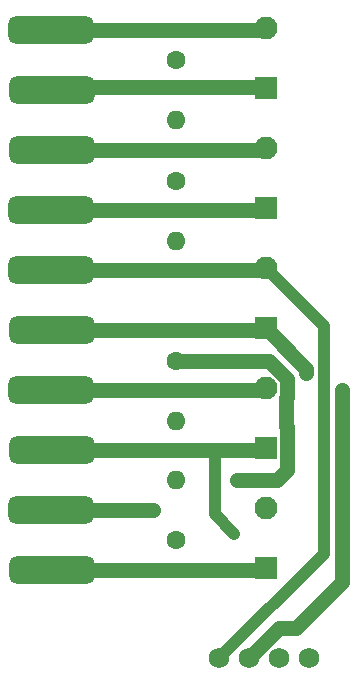
<source format=gbr>
%TF.GenerationSoftware,KiCad,Pcbnew,7.0.10*%
%TF.CreationDate,2024-07-21T08:04:53-04:00*%
%TF.ProjectId,12.1.1 - PLC Connector,31322e31-2e31-4202-9d20-504c4320436f,rev?*%
%TF.SameCoordinates,Original*%
%TF.FileFunction,Copper,L1,Top*%
%TF.FilePolarity,Positive*%
%FSLAX46Y46*%
G04 Gerber Fmt 4.6, Leading zero omitted, Abs format (unit mm)*
G04 Created by KiCad (PCBNEW 7.0.10) date 2024-07-21 08:04:53*
%MOMM*%
%LPD*%
G01*
G04 APERTURE LIST*
G04 Aperture macros list*
%AMRoundRect*
0 Rectangle with rounded corners*
0 $1 Rounding radius*
0 $2 $3 $4 $5 $6 $7 $8 $9 X,Y pos of 4 corners*
0 Add a 4 corners polygon primitive as box body*
4,1,4,$2,$3,$4,$5,$6,$7,$8,$9,$2,$3,0*
0 Add four circle primitives for the rounded corners*
1,1,$1+$1,$2,$3*
1,1,$1+$1,$4,$5*
1,1,$1+$1,$6,$7*
1,1,$1+$1,$8,$9*
0 Add four rect primitives between the rounded corners*
20,1,$1+$1,$2,$3,$4,$5,0*
20,1,$1+$1,$4,$5,$6,$7,0*
20,1,$1+$1,$6,$7,$8,$9,0*
20,1,$1+$1,$8,$9,$2,$3,0*%
G04 Aperture macros list end*
%TA.AperFunction,SMDPad,CuDef*%
%ADD10RoundRect,0.572500X-3.045750X-0.572500X3.045750X-0.572500X3.045750X0.572500X-3.045750X0.572500X0*%
%TD*%
%TA.AperFunction,ComponentPad*%
%ADD11R,1.950000X1.950000*%
%TD*%
%TA.AperFunction,ComponentPad*%
%ADD12C,1.950000*%
%TD*%
%TA.AperFunction,ComponentPad*%
%ADD13C,1.600000*%
%TD*%
%TA.AperFunction,ComponentPad*%
%ADD14O,1.600000X1.600000*%
%TD*%
%TA.AperFunction,ComponentPad*%
%ADD15C,1.752600*%
%TD*%
%TA.AperFunction,ViaPad*%
%ADD16C,0.800000*%
%TD*%
%TA.AperFunction,Conductor*%
%ADD17C,1.270000*%
%TD*%
%TA.AperFunction,Conductor*%
%ADD18C,1.016000*%
%TD*%
%TA.AperFunction,Conductor*%
%ADD19C,0.250000*%
%TD*%
G04 APERTURE END LIST*
D10*
%TO.P,J104,1,Pin_1*%
%TO.N,Net-(J104-Pin_1)*%
X135151345Y-118127303D03*
%TD*%
D11*
%TO.P,J124,1,1*%
%TO.N,Net-(J106-Pin_1)*%
X153289000Y-107823000D03*
D12*
%TO.P,J124,2,2*%
%TO.N,Net-(J107-Pin_1)*%
X153289000Y-102743000D03*
%TD*%
D10*
%TO.P,J106,1,Pin_1*%
%TO.N,Net-(J106-Pin_1)*%
X135163477Y-107967303D03*
%TD*%
D13*
%TO.P,R104,1*%
%TO.N,M*%
X145669000Y-85140000D03*
D14*
%TO.P,R104,2*%
%TO.N,Net-(J109-Pin_1)*%
X145669000Y-90220000D03*
%TD*%
D11*
%TO.P,J122,1,1*%
%TO.N,Net-(J104-Pin_1)*%
X153289000Y-117983000D03*
D12*
%TO.P,J122,2,2*%
%TO.N,Net-(J105-Pin_1)*%
X153289000Y-112903000D03*
%TD*%
D10*
%TO.P,J116,1,Pin_1*%
%TO.N,Net-(J108-Pin_1)*%
X135136683Y-97794563D03*
%TD*%
%TO.P,J115,1,Pin_1*%
%TO.N,Net-(J107-Pin_1)*%
X135122779Y-102890324D03*
%TD*%
D13*
%TO.P,R101,1*%
%TO.N,Net-(J102-Pin_1)*%
X145669000Y-125730000D03*
D14*
%TO.P,R101,2*%
%TO.N,M*%
X145669000Y-120650000D03*
%TD*%
D15*
%TO.P,J126,1,1*%
%TO.N,Net-(J107-Pin_1)*%
X149352000Y-135763000D03*
%TO.P,J126,2,2*%
%TO.N,Net-(J106-Pin_1)*%
X151892000Y-135763000D03*
%TO.P,J126,3,3*%
%TO.N,Net-(J105-Pin_1)*%
X154432000Y-135763000D03*
%TO.P,J126,4,4*%
%TO.N,Net-(J104-Pin_1)*%
X156972000Y-135763000D03*
%TD*%
D13*
%TO.P,R102,1*%
%TO.N,M*%
X145669000Y-110617000D03*
D14*
%TO.P,R102,2*%
%TO.N,Net-(J103-Pin_1)*%
X145669000Y-115697000D03*
%TD*%
D13*
%TO.P,R103,1*%
%TO.N,Net-(J108-Pin_1)*%
X145669000Y-95377000D03*
D14*
%TO.P,R103,2*%
%TO.N,M*%
X145669000Y-100457000D03*
%TD*%
D10*
%TO.P,J111,1,Pin_1*%
%TO.N,Net-(J103-Pin_1)*%
X135137522Y-123198869D03*
%TD*%
%TO.P,J110,1,Pin_1*%
%TO.N,Net-(J102-Pin_1)*%
X135154366Y-128271547D03*
%TD*%
D11*
%TO.P,J125,1,1*%
%TO.N,Net-(J108-Pin_1)*%
X153289000Y-97663000D03*
D12*
%TO.P,J125,2,2*%
%TO.N,Net-(J109-Pin_1)*%
X153289000Y-92583000D03*
%TD*%
D10*
%TO.P,J120,1,Pin_1*%
%TO.N,M*%
X135177543Y-87647303D03*
%TD*%
D11*
%TO.P,J123,1,1*%
%TO.N,M*%
X153289000Y-87503000D03*
D12*
%TO.P,J123,2,2*%
%TO.N,Net-(J119-Pin_1)*%
X153289000Y-82423000D03*
%TD*%
D11*
%TO.P,J118,1,1*%
%TO.N,Net-(J102-Pin_1)*%
X153289000Y-128143000D03*
D12*
%TO.P,J118,2,2*%
%TO.N,Net-(J103-Pin_1)*%
X153289000Y-123063000D03*
%TD*%
D10*
%TO.P,J121,1,Pin_1*%
%TO.N,Net-(J119-Pin_1)*%
X135132736Y-82570977D03*
%TD*%
%TO.P,J117,1,Pin_1*%
%TO.N,Net-(J109-Pin_1)*%
X135154679Y-92741803D03*
%TD*%
%TO.P,J113,1,Pin_1*%
%TO.N,Net-(J105-Pin_1)*%
X135134275Y-113048173D03*
%TD*%
D16*
%TO.N,Net-(J102-Pin_1)*%
X143129000Y-128270000D03*
X140335000Y-128270000D03*
X141732000Y-128270000D03*
%TO.N,Net-(J103-Pin_1)*%
X140335000Y-123190000D03*
X143256000Y-123190000D03*
X141732000Y-123190000D03*
%TO.N,Net-(J104-Pin_1)*%
X143637000Y-118110000D03*
X140335000Y-118110000D03*
X150621900Y-125222000D03*
X142113000Y-118110000D03*
%TO.N,Net-(J105-Pin_1)*%
X142113000Y-113030000D03*
X140462000Y-113030000D03*
X143637000Y-113030000D03*
%TO.N,Net-(J106-Pin_1)*%
X156718004Y-111633000D03*
X140716000Y-107950000D03*
X159766000Y-113030000D03*
X143891000Y-107950000D03*
X142367000Y-107950000D03*
%TO.N,Net-(J107-Pin_1)*%
X140716000Y-102870000D03*
X142493998Y-102870000D03*
X144145000Y-102870000D03*
%TO.N,Net-(J108-Pin_1)*%
X142240000Y-97790000D03*
X143891000Y-97790000D03*
X140716000Y-97790000D03*
%TO.N,Net-(J109-Pin_1)*%
X144145000Y-92710000D03*
X140589000Y-92710000D03*
X142367000Y-92710000D03*
%TO.N,M*%
X153289000Y-110617000D03*
X143637000Y-87376000D03*
X150876002Y-120650000D03*
X140208000Y-87376000D03*
X152146000Y-110617000D03*
X141859000Y-87376000D03*
X151892000Y-120650000D03*
%TD*%
D17*
%TO.N,Net-(J102-Pin_1)*%
X153162000Y-128270000D02*
X135155913Y-128270000D01*
X153289000Y-128143000D02*
X153162000Y-128270000D01*
X135155913Y-128270000D02*
X135154366Y-128271547D01*
%TO.N,Net-(J103-Pin_1)*%
X135146391Y-123190000D02*
X135137522Y-123198869D01*
X143764000Y-123190000D02*
X135146391Y-123190000D01*
%TO.N,Net-(J104-Pin_1)*%
X148971000Y-118110000D02*
X135168648Y-118110000D01*
X135159338Y-118135296D02*
X139954000Y-118135296D01*
D18*
X148971000Y-123571100D02*
X150621900Y-125222000D01*
D17*
X153289000Y-117983000D02*
X153162000Y-118110000D01*
X153162000Y-118110000D02*
X148971000Y-118110000D01*
X135168648Y-118110000D02*
X135151345Y-118127303D01*
X135151345Y-118127303D02*
X135159338Y-118135296D01*
D18*
X148971000Y-118110000D02*
X148971000Y-123571100D01*
D17*
%TO.N,Net-(J105-Pin_1)*%
X153162000Y-113030000D02*
X135152448Y-113030000D01*
X153289000Y-112903000D02*
X153162000Y-113030000D01*
X135152448Y-113030000D02*
X135134275Y-113048173D01*
%TO.N,Net-(J106-Pin_1)*%
X156718004Y-111252004D02*
X156718004Y-111633000D01*
X154432000Y-133223000D02*
X155829000Y-133223000D01*
X135163477Y-107967303D02*
X135168248Y-107972074D01*
X153162000Y-107950000D02*
X135180780Y-107950000D01*
X135168248Y-107972074D02*
X139954000Y-107972074D01*
X155829000Y-133223000D02*
X159766000Y-129286000D01*
X151892000Y-135763000D02*
X154432000Y-133223000D01*
X153289000Y-107823000D02*
X153162000Y-107950000D01*
X135180780Y-107950000D02*
X135163477Y-107967303D01*
X153289000Y-107823000D02*
X156718004Y-111252004D01*
X159766000Y-129286000D02*
X159766000Y-113030000D01*
%TO.N,Net-(J107-Pin_1)*%
X135143103Y-102870000D02*
X135122779Y-102890324D01*
X135122779Y-102890324D02*
X135122918Y-102890463D01*
X153289000Y-102743000D02*
X153162000Y-102870000D01*
X135122918Y-102890463D02*
X139954000Y-102890463D01*
D18*
X149352000Y-135763000D02*
X158188008Y-126926992D01*
X158188008Y-126926992D02*
X158188008Y-107642008D01*
X158188008Y-107642008D02*
X153289000Y-102743000D01*
D17*
X153162000Y-102870000D02*
X135143103Y-102870000D01*
%TO.N,Net-(J108-Pin_1)*%
X135141246Y-97790000D02*
X135136683Y-97794563D01*
X153289000Y-97663000D02*
X153162000Y-97790000D01*
X153162000Y-97790000D02*
X135141246Y-97790000D01*
%TO.N,Net-(J109-Pin_1)*%
X135186482Y-92710000D02*
X135154679Y-92741803D01*
X153289000Y-92583000D02*
X153162000Y-92710000D01*
X153162000Y-92710000D02*
X135186482Y-92710000D01*
%TO.N,Net-(J119-Pin_1)*%
X153141023Y-82570977D02*
X153289000Y-82423000D01*
X135132736Y-82570977D02*
X153141023Y-82570977D01*
%TO.N,M*%
X135464844Y-87360000D02*
X135177541Y-87647303D01*
X153146000Y-87360000D02*
X135464844Y-87360000D01*
D19*
X139969630Y-87630000D02*
X139952327Y-87647303D01*
X139952327Y-87647303D02*
X135177541Y-87647303D01*
D17*
X155099000Y-112153273D02*
X155099000Y-113652727D01*
X154994000Y-116068000D02*
X155099000Y-116173000D01*
X153289000Y-87503000D02*
X153146000Y-87360000D01*
X154994000Y-113757727D02*
X154994000Y-116068000D01*
X145669000Y-110617000D02*
X153562727Y-110617000D01*
X154242000Y-120650000D02*
X150876002Y-120650000D01*
X155099000Y-113652727D02*
X154994000Y-113757727D01*
X153562727Y-110617000D02*
X155099000Y-112153273D01*
X155099000Y-116173000D02*
X155099000Y-119793000D01*
X155099000Y-119793000D02*
X154242000Y-120650000D01*
%TD*%
M02*

</source>
